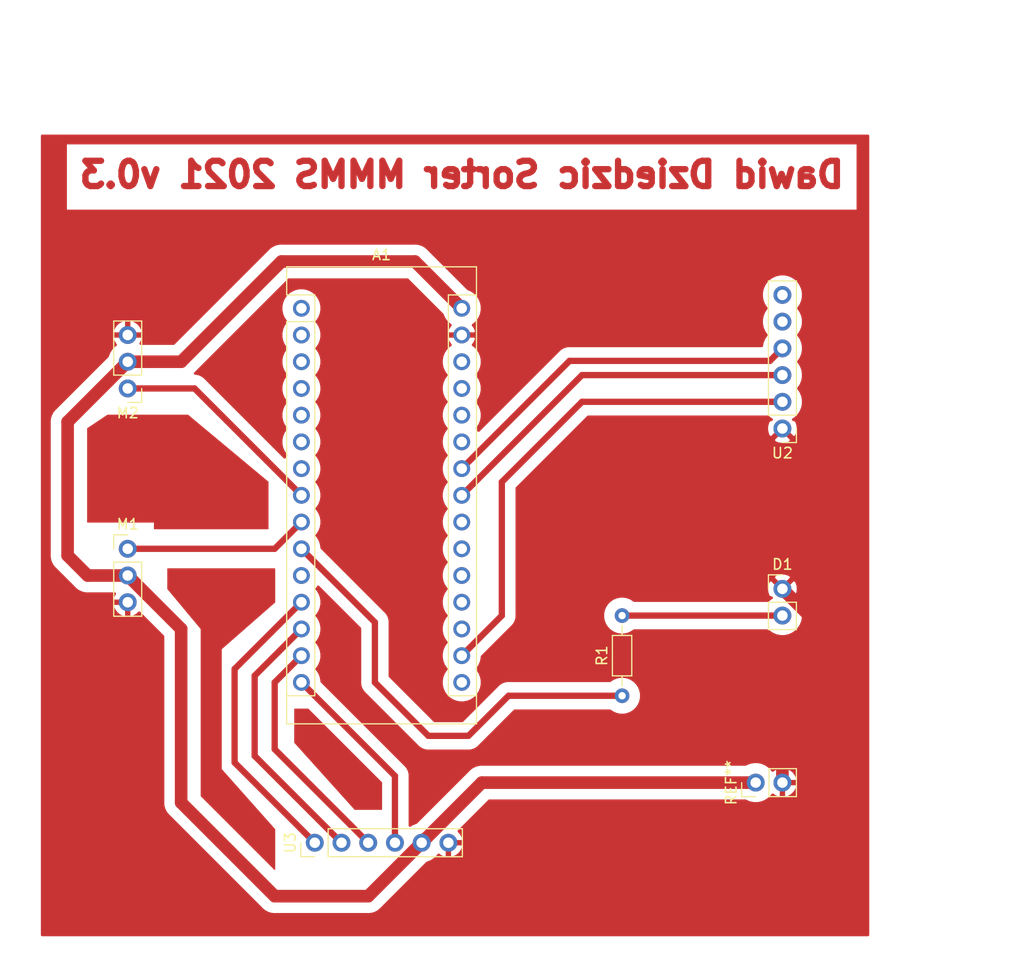
<source format=kicad_pcb>
(kicad_pcb (version 20171130) (host pcbnew 5.1.9)

  (general
    (thickness 1.6)
    (drawings 15)
    (tracks 50)
    (zones 0)
    (modules 8)
    (nets 33)
  )

  (page A4)
  (layers
    (0 F.Cu signal)
    (31 B.Cu signal)
    (32 B.Adhes user)
    (33 F.Adhes user)
    (34 B.Paste user)
    (35 F.Paste user)
    (36 B.SilkS user)
    (37 F.SilkS user)
    (38 B.Mask user)
    (39 F.Mask user)
    (40 Dwgs.User user)
    (41 Cmts.User user)
    (42 Eco1.User user)
    (43 Eco2.User user)
    (44 Edge.Cuts user)
    (45 Margin user)
    (46 B.CrtYd user)
    (47 F.CrtYd user)
    (48 B.Fab user)
    (49 F.Fab user)
  )

  (setup
    (last_trace_width 0.25)
    (user_trace_width 0.6)
    (user_trace_width 1)
    (user_trace_width 1.2)
    (trace_clearance 0.2)
    (zone_clearance 1)
    (zone_45_only no)
    (trace_min 0.2)
    (via_size 0.8)
    (via_drill 0.4)
    (via_min_size 0.4)
    (via_min_drill 0.3)
    (uvia_size 0.3)
    (uvia_drill 0.1)
    (uvias_allowed no)
    (uvia_min_size 0.2)
    (uvia_min_drill 0.1)
    (edge_width 0.1)
    (segment_width 0.2)
    (pcb_text_width 0.3)
    (pcb_text_size 1.5 1.5)
    (mod_edge_width 0.15)
    (mod_text_size 1 1)
    (mod_text_width 0.15)
    (pad_size 1.7 1.7)
    (pad_drill 1)
    (pad_to_mask_clearance 0)
    (aux_axis_origin 0 0)
    (visible_elements FFFFFF7F)
    (pcbplotparams
      (layerselection 0x00000_7fffffff)
      (usegerberextensions false)
      (usegerberattributes true)
      (usegerberadvancedattributes true)
      (creategerberjobfile true)
      (excludeedgelayer true)
      (linewidth 0.100000)
      (plotframeref false)
      (viasonmask false)
      (mode 1)
      (useauxorigin false)
      (hpglpennumber 1)
      (hpglpenspeed 20)
      (hpglpendiameter 15.000000)
      (psnegative false)
      (psa4output false)
      (plotreference true)
      (plotvalue true)
      (plotinvisibletext false)
      (padsonsilk false)
      (subtractmaskfromsilk false)
      (outputformat 1)
      (mirror false)
      (drillshape 0)
      (scaleselection 1)
      (outputdirectory "gerber/"))
  )

  (net 0 "")
  (net 1 "Net-(A1-Pad16)")
  (net 2 "Net-(A1-Pad15)")
  (net 3 +5V)
  (net 4 "Net-(A1-Pad14)")
  (net 5 GND)
  (net 6 "Net-(A1-Pad13)")
  (net 7 "Net-(A1-Pad28)")
  (net 8 "Net-(A1-Pad12)")
  (net 9 "Net-(A1-Pad27)")
  (net 10 "Net-(A1-Pad11)")
  (net 11 "Net-(A1-Pad26)")
  (net 12 "Net-(A1-Pad10)")
  (net 13 "Net-(A1-Pad25)")
  (net 14 "Net-(A1-Pad9)")
  (net 15 SCL)
  (net 16 "Net-(A1-Pad8)")
  (net 17 SDA)
  (net 18 "Net-(A1-Pad7)")
  (net 19 "Net-(A1-Pad22)")
  (net 20 "Net-(A1-Pad6)")
  (net 21 "Net-(A1-Pad21)")
  (net 22 "Net-(A1-Pad5)")
  (net 23 "Net-(A1-Pad20)")
  (net 24 "Net-(A1-Pad4)")
  (net 25 "Net-(A1-Pad19)")
  (net 26 "Net-(A1-Pad3)")
  (net 27 "Net-(A1-Pad18)")
  (net 28 "Net-(A1-Pad2)")
  (net 29 "Net-(A1-Pad17)")
  (net 30 "Net-(A1-Pad1)")
  (net 31 "Net-(D1-Pad2)")
  (net 32 "Net-(U2-Pad6)")

  (net_class Default "To jest domyślna klasa połączeń."
    (clearance 0.2)
    (trace_width 0.25)
    (via_dia 0.8)
    (via_drill 0.4)
    (uvia_dia 0.3)
    (uvia_drill 0.1)
    (add_net +5V)
    (add_net GND)
    (add_net "Net-(A1-Pad1)")
    (add_net "Net-(A1-Pad10)")
    (add_net "Net-(A1-Pad11)")
    (add_net "Net-(A1-Pad12)")
    (add_net "Net-(A1-Pad13)")
    (add_net "Net-(A1-Pad14)")
    (add_net "Net-(A1-Pad15)")
    (add_net "Net-(A1-Pad16)")
    (add_net "Net-(A1-Pad17)")
    (add_net "Net-(A1-Pad18)")
    (add_net "Net-(A1-Pad19)")
    (add_net "Net-(A1-Pad2)")
    (add_net "Net-(A1-Pad20)")
    (add_net "Net-(A1-Pad21)")
    (add_net "Net-(A1-Pad22)")
    (add_net "Net-(A1-Pad25)")
    (add_net "Net-(A1-Pad26)")
    (add_net "Net-(A1-Pad27)")
    (add_net "Net-(A1-Pad28)")
    (add_net "Net-(A1-Pad3)")
    (add_net "Net-(A1-Pad4)")
    (add_net "Net-(A1-Pad5)")
    (add_net "Net-(A1-Pad6)")
    (add_net "Net-(A1-Pad7)")
    (add_net "Net-(A1-Pad8)")
    (add_net "Net-(A1-Pad9)")
    (add_net "Net-(D1-Pad2)")
    (add_net "Net-(U2-Pad6)")
    (add_net SCL)
    (add_net SDA)
  )

  (module Connector_PinHeader_2.54mm:PinHeader_1x06_P2.54mm_Vertical (layer F.Cu) (tedit 609691F4) (tstamp 60959F80)
    (at 175.895 69.85 180)
    (descr "Through hole straight pin header, 1x06, 2.54mm pitch, single row")
    (tags "Through hole pin header THT 1x06 2.54mm single row")
    (path /609193B8)
    (fp_text reference U2 (at 0 -2.33) (layer F.SilkS)
      (effects (font (size 1 1) (thickness 0.15)))
    )
    (fp_text value APDS-9960 (at 0 15.03) (layer F.Fab)
      (effects (font (size 1 1) (thickness 0.15)))
    )
    (fp_line (start 1.8 -1.8) (end -1.8 -1.8) (layer F.CrtYd) (width 0.05))
    (fp_line (start 1.8 14.5) (end 1.8 -1.8) (layer F.CrtYd) (width 0.05))
    (fp_line (start -1.8 14.5) (end 1.8 14.5) (layer F.CrtYd) (width 0.05))
    (fp_line (start -1.8 -1.8) (end -1.8 14.5) (layer F.CrtYd) (width 0.05))
    (fp_line (start -1.33 -1.33) (end 0 -1.33) (layer F.SilkS) (width 0.12))
    (fp_line (start -1.33 0) (end -1.33 -1.33) (layer F.SilkS) (width 0.12))
    (fp_line (start -1.33 1.27) (end 1.33 1.27) (layer F.SilkS) (width 0.12))
    (fp_line (start 1.33 1.27) (end 1.33 14.03) (layer F.SilkS) (width 0.12))
    (fp_line (start -1.33 1.27) (end -1.33 14.03) (layer F.SilkS) (width 0.12))
    (fp_line (start -1.33 14.03) (end 1.33 14.03) (layer F.SilkS) (width 0.12))
    (fp_line (start -1.27 -0.635) (end -0.635 -1.27) (layer F.Fab) (width 0.1))
    (fp_line (start -1.27 13.97) (end -1.27 -0.635) (layer F.Fab) (width 0.1))
    (fp_line (start 1.27 13.97) (end -1.27 13.97) (layer F.Fab) (width 0.1))
    (fp_line (start 1.27 -1.27) (end 1.27 13.97) (layer F.Fab) (width 0.1))
    (fp_line (start -0.635 -1.27) (end 1.27 -1.27) (layer F.Fab) (width 0.1))
    (fp_text user %R (at 0 6.35 90) (layer F.Fab)
      (effects (font (size 1 1) (thickness 0.15)))
    )
    (pad 6 thru_hole oval (at 0 12.7 180) (size 1.7 1.7) (drill 1) (layers *.Cu *.Mask)
      (net 32 "Net-(U2-Pad6)"))
    (pad 5 thru_hole oval (at 0 10.16 180) (size 1.7 1.7) (drill 1) (layers *.Cu *.Mask))
    (pad 4 thru_hole oval (at 0 7.62 180) (size 1.7 1.7) (drill 1) (layers *.Cu *.Mask)
      (net 15 SCL))
    (pad 3 thru_hole oval (at 0 5.08 180) (size 1.7 1.7) (drill 1) (layers *.Cu *.Mask)
      (net 17 SDA))
    (pad 2 thru_hole oval (at 0 2.54 180) (size 1.7 1.7) (drill 1) (layers *.Cu *.Mask)
      (net 29 "Net-(A1-Pad17)"))
    (pad 1 thru_hole circle (at 0 0 180) (size 1.7 1.7) (drill 1) (layers *.Cu *.Mask)
      (net 5 GND))
    (model ${KISYS3DMOD}/Connector_PinHeader_2.54mm.3dshapes/PinHeader_1x06_P2.54mm_Vertical.wrl
      (at (xyz 0 0 0))
      (scale (xyz 1 1 1))
      (rotate (xyz 0 0 0))
    )
  )

  (module Module:Arduino_Nano (layer F.Cu) (tedit 60959B52) (tstamp 60959F13)
    (at 130.175 58.42)
    (descr "Arduino Nano, http://www.mouser.com/pdfdocs/Gravitech_Arduino_Nano3_0.pdf")
    (tags "Arduino Nano")
    (path /609156FA)
    (fp_text reference A1 (at 7.62 -5.08) (layer F.SilkS)
      (effects (font (size 1 1) (thickness 0.15)))
    )
    (fp_text value Arduino_Nano_v3.x (at 8.89 19.05 90) (layer F.Fab)
      (effects (font (size 1 1) (thickness 0.15)))
    )
    (fp_line (start 16.75 42.16) (end -1.53 42.16) (layer F.CrtYd) (width 0.05))
    (fp_line (start 16.75 42.16) (end 16.75 -4.06) (layer F.CrtYd) (width 0.05))
    (fp_line (start -1.53 -4.06) (end -1.53 42.16) (layer F.CrtYd) (width 0.05))
    (fp_line (start -1.53 -4.06) (end 16.75 -4.06) (layer F.CrtYd) (width 0.05))
    (fp_line (start 16.51 -3.81) (end 16.51 39.37) (layer F.Fab) (width 0.1))
    (fp_line (start 0 -3.81) (end 16.51 -3.81) (layer F.Fab) (width 0.1))
    (fp_line (start -1.27 -2.54) (end 0 -3.81) (layer F.Fab) (width 0.1))
    (fp_line (start -1.27 39.37) (end -1.27 -2.54) (layer F.Fab) (width 0.1))
    (fp_line (start 16.51 39.37) (end -1.27 39.37) (layer F.Fab) (width 0.1))
    (fp_line (start 16.64 -3.94) (end -1.4 -3.94) (layer F.SilkS) (width 0.12))
    (fp_line (start 16.64 39.5) (end 16.64 -3.94) (layer F.SilkS) (width 0.12))
    (fp_line (start -1.4 39.5) (end 16.64 39.5) (layer F.SilkS) (width 0.12))
    (fp_line (start 3.81 41.91) (end 3.81 31.75) (layer F.Fab) (width 0.1))
    (fp_line (start 11.43 41.91) (end 3.81 41.91) (layer F.Fab) (width 0.1))
    (fp_line (start 11.43 31.75) (end 11.43 41.91) (layer F.Fab) (width 0.1))
    (fp_line (start 3.81 31.75) (end 11.43 31.75) (layer F.Fab) (width 0.1))
    (fp_line (start 1.27 36.83) (end -1.4 36.83) (layer F.SilkS) (width 0.12))
    (fp_line (start 1.27 1.27) (end 1.27 36.83) (layer F.SilkS) (width 0.12))
    (fp_line (start 1.27 1.27) (end -1.4 1.27) (layer F.SilkS) (width 0.12))
    (fp_line (start 13.97 36.83) (end 16.64 36.83) (layer F.SilkS) (width 0.12))
    (fp_line (start 13.97 -1.27) (end 13.97 36.83) (layer F.SilkS) (width 0.12))
    (fp_line (start 13.97 -1.27) (end 16.64 -1.27) (layer F.SilkS) (width 0.12))
    (fp_line (start -1.4 -3.94) (end -1.4 -1.27) (layer F.SilkS) (width 0.12))
    (fp_line (start -1.4 1.27) (end -1.4 39.5) (layer F.SilkS) (width 0.12))
    (fp_line (start 1.27 -1.27) (end -1.4 -1.27) (layer F.SilkS) (width 0.12))
    (fp_line (start 1.27 1.27) (end 1.27 -1.27) (layer F.SilkS) (width 0.12))
    (fp_text user %R (at 6.35 19.05 90) (layer F.Fab)
      (effects (font (size 1 1) (thickness 0.15)))
    )
    (pad 16 thru_hole oval (at 15.24 35.56) (size 1.6 1.6) (drill 1) (layers *.Cu *.Mask)
      (net 1 "Net-(A1-Pad16)"))
    (pad 15 thru_hole oval (at 0 35.56) (size 1.6 1.6) (drill 1) (layers *.Cu *.Mask)
      (net 2 "Net-(A1-Pad15)"))
    (pad 30 thru_hole oval (at 15.24 0) (size 1.6 1.6) (drill 1) (layers *.Cu *.Mask)
      (net 3 +5V))
    (pad 14 thru_hole oval (at 0 33.02) (size 1.6 1.6) (drill 1) (layers *.Cu *.Mask)
      (net 4 "Net-(A1-Pad14)"))
    (pad 29 thru_hole oval (at 15.24 2.54) (size 1.6 1.6) (drill 1) (layers *.Cu *.Mask)
      (net 5 GND))
    (pad 13 thru_hole oval (at 0 30.48) (size 1.6 1.6) (drill 1) (layers *.Cu *.Mask)
      (net 6 "Net-(A1-Pad13)"))
    (pad 28 thru_hole oval (at 15.24 5.08) (size 1.6 1.6) (drill 1) (layers *.Cu *.Mask)
      (net 7 "Net-(A1-Pad28)"))
    (pad 12 thru_hole oval (at 0 27.94) (size 1.6 1.6) (drill 1) (layers *.Cu *.Mask)
      (net 8 "Net-(A1-Pad12)"))
    (pad 27 thru_hole oval (at 15.24 7.62) (size 1.6 1.6) (drill 1) (layers *.Cu *.Mask)
      (net 9 "Net-(A1-Pad27)"))
    (pad 11 thru_hole oval (at 0 25.4) (size 1.6 1.6) (drill 1) (layers *.Cu *.Mask)
      (net 10 "Net-(A1-Pad11)"))
    (pad 26 thru_hole oval (at 15.24 10.16) (size 1.6 1.6) (drill 1) (layers *.Cu *.Mask)
      (net 11 "Net-(A1-Pad26)"))
    (pad 10 thru_hole oval (at 0 22.86) (size 1.6 1.6) (drill 1) (layers *.Cu *.Mask)
      (net 12 "Net-(A1-Pad10)"))
    (pad 25 thru_hole oval (at 15.24 12.7) (size 1.6 1.6) (drill 1) (layers *.Cu *.Mask)
      (net 13 "Net-(A1-Pad25)"))
    (pad 9 thru_hole oval (at 0 20.32) (size 1.6 1.6) (drill 1) (layers *.Cu *.Mask)
      (net 14 "Net-(A1-Pad9)"))
    (pad 24 thru_hole oval (at 15.24 15.24) (size 1.6 1.6) (drill 1) (layers *.Cu *.Mask)
      (net 15 SCL))
    (pad 8 thru_hole oval (at 0 17.78) (size 1.6 1.6) (drill 1) (layers *.Cu *.Mask)
      (net 16 "Net-(A1-Pad8)"))
    (pad 23 thru_hole oval (at 15.24 17.78) (size 1.6 1.6) (drill 1) (layers *.Cu *.Mask)
      (net 17 SDA))
    (pad 7 thru_hole oval (at 0 15.24) (size 1.6 1.6) (drill 1) (layers *.Cu *.Mask)
      (net 18 "Net-(A1-Pad7)"))
    (pad 22 thru_hole oval (at 15.24 20.32) (size 1.6 1.6) (drill 1) (layers *.Cu *.Mask)
      (net 19 "Net-(A1-Pad22)"))
    (pad 6 thru_hole oval (at 0 12.7) (size 1.6 1.6) (drill 1) (layers *.Cu *.Mask)
      (net 20 "Net-(A1-Pad6)"))
    (pad 21 thru_hole oval (at 15.24 22.86) (size 1.6 1.6) (drill 1) (layers *.Cu *.Mask)
      (net 21 "Net-(A1-Pad21)"))
    (pad 5 thru_hole oval (at 0 10.16) (size 1.6 1.6) (drill 1) (layers *.Cu *.Mask)
      (net 22 "Net-(A1-Pad5)"))
    (pad 20 thru_hole oval (at 15.24 25.4) (size 1.6 1.6) (drill 1) (layers *.Cu *.Mask)
      (net 23 "Net-(A1-Pad20)"))
    (pad 4 thru_hole oval (at 0 7.62) (size 1.6 1.6) (drill 1) (layers *.Cu *.Mask)
      (net 24 "Net-(A1-Pad4)"))
    (pad 19 thru_hole oval (at 15.24 27.94) (size 1.6 1.6) (drill 1) (layers *.Cu *.Mask)
      (net 25 "Net-(A1-Pad19)"))
    (pad 3 thru_hole oval (at 0 5.08) (size 1.6 1.6) (drill 1) (layers *.Cu *.Mask)
      (net 26 "Net-(A1-Pad3)"))
    (pad 18 thru_hole oval (at 15.24 30.48) (size 1.6 1.6) (drill 1) (layers *.Cu *.Mask)
      (net 27 "Net-(A1-Pad18)"))
    (pad 2 thru_hole oval (at 0 2.54) (size 1.6 1.6) (drill 1) (layers *.Cu *.Mask)
      (net 28 "Net-(A1-Pad2)"))
    (pad 17 thru_hole oval (at 15.24 33.02) (size 1.6 1.6) (drill 1) (layers *.Cu *.Mask)
      (net 29 "Net-(A1-Pad17)"))
    (pad 1 thru_hole circle (at 0 0) (size 1.6 1.6) (drill 1) (layers *.Cu *.Mask)
      (net 30 "Net-(A1-Pad1)"))
    (model ${KISYS3DMOD}/Module.3dshapes/Arduino_Nano_WithMountingHoles.wrl
      (at (xyz 0 0 0))
      (scale (xyz 1 1 1))
      (rotate (xyz 0 0 0))
    )
  )

  (module Resistor_THT:R_Axial_DIN0204_L3.6mm_D1.6mm_P7.62mm_Horizontal (layer F.Cu) (tedit 5AE5139B) (tstamp 60964341)
    (at 160.655 95.25 90)
    (descr "Resistor, Axial_DIN0204 series, Axial, Horizontal, pin pitch=7.62mm, 0.167W, length*diameter=3.6*1.6mm^2, http://cdn-reichelt.de/documents/datenblatt/B400/1_4W%23YAG.pdf")
    (tags "Resistor Axial_DIN0204 series Axial Horizontal pin pitch 7.62mm 0.167W length 3.6mm diameter 1.6mm")
    (path /6091E471)
    (fp_text reference R1 (at 3.81 -1.92 90) (layer F.SilkS)
      (effects (font (size 1 1) (thickness 0.15)))
    )
    (fp_text value 180R (at 3.81 1.92 90) (layer F.Fab)
      (effects (font (size 1 1) (thickness 0.15)))
    )
    (fp_line (start 2.01 -0.8) (end 2.01 0.8) (layer F.Fab) (width 0.1))
    (fp_line (start 2.01 0.8) (end 5.61 0.8) (layer F.Fab) (width 0.1))
    (fp_line (start 5.61 0.8) (end 5.61 -0.8) (layer F.Fab) (width 0.1))
    (fp_line (start 5.61 -0.8) (end 2.01 -0.8) (layer F.Fab) (width 0.1))
    (fp_line (start 0 0) (end 2.01 0) (layer F.Fab) (width 0.1))
    (fp_line (start 7.62 0) (end 5.61 0) (layer F.Fab) (width 0.1))
    (fp_line (start 1.89 -0.92) (end 1.89 0.92) (layer F.SilkS) (width 0.12))
    (fp_line (start 1.89 0.92) (end 5.73 0.92) (layer F.SilkS) (width 0.12))
    (fp_line (start 5.73 0.92) (end 5.73 -0.92) (layer F.SilkS) (width 0.12))
    (fp_line (start 5.73 -0.92) (end 1.89 -0.92) (layer F.SilkS) (width 0.12))
    (fp_line (start 0.94 0) (end 1.89 0) (layer F.SilkS) (width 0.12))
    (fp_line (start 6.68 0) (end 5.73 0) (layer F.SilkS) (width 0.12))
    (fp_line (start -0.95 -1.05) (end -0.95 1.05) (layer F.CrtYd) (width 0.05))
    (fp_line (start -0.95 1.05) (end 8.57 1.05) (layer F.CrtYd) (width 0.05))
    (fp_line (start 8.57 1.05) (end 8.57 -1.05) (layer F.CrtYd) (width 0.05))
    (fp_line (start 8.57 -1.05) (end -0.95 -1.05) (layer F.CrtYd) (width 0.05))
    (fp_text user %R (at 3.81 0 90) (layer F.Fab)
      (effects (font (size 0.72 0.72) (thickness 0.108)))
    )
    (pad 2 thru_hole oval (at 7.62 0 90) (size 1.4 1.4) (drill 0.7) (layers *.Cu *.Mask)
      (net 31 "Net-(D1-Pad2)"))
    (pad 1 thru_hole circle (at 0 0 90) (size 1.4 1.4) (drill 0.7) (layers *.Cu *.Mask)
      (net 12 "Net-(A1-Pad10)"))
    (model ${KISYS3DMOD}/Resistor_THT.3dshapes/R_Axial_DIN0204_L3.6mm_D1.6mm_P7.62mm_Horizontal.wrl
      (at (xyz 0 0 0))
      (scale (xyz 1 1 1))
      (rotate (xyz 0 0 0))
    )
  )

  (module Connector_PinHeader_2.54mm:PinHeader_1x03_P2.54mm_Vertical (layer F.Cu) (tedit 60959B4B) (tstamp 60959F57)
    (at 113.665 66.04 180)
    (descr "Through hole straight pin header, 1x03, 2.54mm pitch, single row")
    (tags "Through hole pin header THT 1x03 2.54mm single row")
    (path /6092B85C)
    (fp_text reference M2 (at 0 -2.33) (layer F.SilkS)
      (effects (font (size 1 1) (thickness 0.15)))
    )
    (fp_text value "Latch Servo" (at 0 7.41) (layer F.Fab)
      (effects (font (size 1 1) (thickness 0.15)))
    )
    (fp_line (start 1.8 -1.8) (end -1.8 -1.8) (layer F.CrtYd) (width 0.05))
    (fp_line (start 1.8 6.85) (end 1.8 -1.8) (layer F.CrtYd) (width 0.05))
    (fp_line (start -1.8 6.85) (end 1.8 6.85) (layer F.CrtYd) (width 0.05))
    (fp_line (start -1.8 -1.8) (end -1.8 6.85) (layer F.CrtYd) (width 0.05))
    (fp_line (start -1.33 -1.33) (end 0 -1.33) (layer F.SilkS) (width 0.12))
    (fp_line (start -1.33 0) (end -1.33 -1.33) (layer F.SilkS) (width 0.12))
    (fp_line (start -1.33 1.27) (end 1.33 1.27) (layer F.SilkS) (width 0.12))
    (fp_line (start 1.33 1.27) (end 1.33 6.41) (layer F.SilkS) (width 0.12))
    (fp_line (start -1.33 1.27) (end -1.33 6.41) (layer F.SilkS) (width 0.12))
    (fp_line (start -1.33 6.41) (end 1.33 6.41) (layer F.SilkS) (width 0.12))
    (fp_line (start -1.27 -0.635) (end -0.635 -1.27) (layer F.Fab) (width 0.1))
    (fp_line (start -1.27 6.35) (end -1.27 -0.635) (layer F.Fab) (width 0.1))
    (fp_line (start 1.27 6.35) (end -1.27 6.35) (layer F.Fab) (width 0.1))
    (fp_line (start 1.27 -1.27) (end 1.27 6.35) (layer F.Fab) (width 0.1))
    (fp_line (start -0.635 -1.27) (end 1.27 -1.27) (layer F.Fab) (width 0.1))
    (fp_text user %R (at 0 2.54 90) (layer F.Fab)
      (effects (font (size 1 1) (thickness 0.15)))
    )
    (pad 3 thru_hole oval (at 0 5.08 180) (size 1.7 1.7) (drill 1) (layers *.Cu *.Mask)
      (net 5 GND))
    (pad 2 thru_hole oval (at 0 2.54 180) (size 1.7 1.7) (drill 1) (layers *.Cu *.Mask)
      (net 3 +5V))
    (pad 1 thru_hole circle (at 0 0 180) (size 1.7 1.7) (drill 1) (layers *.Cu *.Mask)
      (net 16 "Net-(A1-Pad8)"))
    (model ${KISYS3DMOD}/Connector_PinHeader_2.54mm.3dshapes/PinHeader_1x03_P2.54mm_Vertical.wrl
      (at (xyz 0 0 0))
      (scale (xyz 1 1 1))
      (rotate (xyz 0 0 0))
    )
  )

  (module Connector_PinHeader_2.54mm:PinHeader_1x02_P2.54mm_Vertical (layer F.Cu) (tedit 60959B37) (tstamp 60979DC6)
    (at 173.355 103.505 90)
    (descr "Through hole straight pin header, 1x02, 2.54mm pitch, single row")
    (tags "Through hole pin header THT 1x02 2.54mm single row")
    (fp_text reference REF** (at 0 -2.33 90) (layer F.SilkS)
      (effects (font (size 1 1) (thickness 0.15)))
    )
    (fp_text value PinHeader_1x02_P2.54mm_Vertical (at 0 4.87 90) (layer F.Fab)
      (effects (font (size 1 1) (thickness 0.15)))
    )
    (fp_line (start 1.8 -1.8) (end -1.8 -1.8) (layer F.CrtYd) (width 0.05))
    (fp_line (start 1.8 4.35) (end 1.8 -1.8) (layer F.CrtYd) (width 0.05))
    (fp_line (start -1.8 4.35) (end 1.8 4.35) (layer F.CrtYd) (width 0.05))
    (fp_line (start -1.8 -1.8) (end -1.8 4.35) (layer F.CrtYd) (width 0.05))
    (fp_line (start -1.33 -1.33) (end 0 -1.33) (layer F.SilkS) (width 0.12))
    (fp_line (start -1.33 0) (end -1.33 -1.33) (layer F.SilkS) (width 0.12))
    (fp_line (start -1.33 1.27) (end 1.33 1.27) (layer F.SilkS) (width 0.12))
    (fp_line (start 1.33 1.27) (end 1.33 3.87) (layer F.SilkS) (width 0.12))
    (fp_line (start -1.33 1.27) (end -1.33 3.87) (layer F.SilkS) (width 0.12))
    (fp_line (start -1.33 3.87) (end 1.33 3.87) (layer F.SilkS) (width 0.12))
    (fp_line (start -1.27 -0.635) (end -0.635 -1.27) (layer F.Fab) (width 0.1))
    (fp_line (start -1.27 3.81) (end -1.27 -0.635) (layer F.Fab) (width 0.1))
    (fp_line (start 1.27 3.81) (end -1.27 3.81) (layer F.Fab) (width 0.1))
    (fp_line (start 1.27 -1.27) (end 1.27 3.81) (layer F.Fab) (width 0.1))
    (fp_line (start -0.635 -1.27) (end 1.27 -1.27) (layer F.Fab) (width 0.1))
    (fp_text user %R (at 0 1.27) (layer F.Fab)
      (effects (font (size 1 1) (thickness 0.15)))
    )
    (pad 2 thru_hole oval (at 0 2.54 90) (size 1.7 1.7) (drill 1) (layers *.Cu *.Mask)
      (net 5 GND))
    (pad 1 thru_hole circle (at 0 0 90) (size 1.7 1.7) (drill 1) (layers *.Cu *.Mask)
      (net 3 +5V))
    (model ${KISYS3DMOD}/Connector_PinHeader_2.54mm.3dshapes/PinHeader_1x02_P2.54mm_Vertical.wrl
      (at (xyz 0 0 0))
      (scale (xyz 1 1 1))
      (rotate (xyz 0 0 0))
    )
  )

  (module Connector_PinHeader_2.54mm:PinHeader_1x06_P2.54mm_Vertical (layer F.Cu) (tedit 60959B3F) (tstamp 60959F9A)
    (at 131.445 109.22 90)
    (descr "Through hole straight pin header, 1x06, 2.54mm pitch, single row")
    (tags "Through hole pin header THT 1x06 2.54mm single row")
    (path /6091B346)
    (fp_text reference U3 (at 0 -2.33 90) (layer F.SilkS)
      (effects (font (size 1 1) (thickness 0.15)))
    )
    (fp_text value ULN2003 (at 0 15.03 90) (layer F.Fab)
      (effects (font (size 1 1) (thickness 0.15)))
    )
    (fp_line (start 1.8 -1.8) (end -1.8 -1.8) (layer F.CrtYd) (width 0.05))
    (fp_line (start 1.8 14.5) (end 1.8 -1.8) (layer F.CrtYd) (width 0.05))
    (fp_line (start -1.8 14.5) (end 1.8 14.5) (layer F.CrtYd) (width 0.05))
    (fp_line (start -1.8 -1.8) (end -1.8 14.5) (layer F.CrtYd) (width 0.05))
    (fp_line (start -1.33 -1.33) (end 0 -1.33) (layer F.SilkS) (width 0.12))
    (fp_line (start -1.33 0) (end -1.33 -1.33) (layer F.SilkS) (width 0.12))
    (fp_line (start -1.33 1.27) (end 1.33 1.27) (layer F.SilkS) (width 0.12))
    (fp_line (start 1.33 1.27) (end 1.33 14.03) (layer F.SilkS) (width 0.12))
    (fp_line (start -1.33 1.27) (end -1.33 14.03) (layer F.SilkS) (width 0.12))
    (fp_line (start -1.33 14.03) (end 1.33 14.03) (layer F.SilkS) (width 0.12))
    (fp_line (start -1.27 -0.635) (end -0.635 -1.27) (layer F.Fab) (width 0.1))
    (fp_line (start -1.27 13.97) (end -1.27 -0.635) (layer F.Fab) (width 0.1))
    (fp_line (start 1.27 13.97) (end -1.27 13.97) (layer F.Fab) (width 0.1))
    (fp_line (start 1.27 -1.27) (end 1.27 13.97) (layer F.Fab) (width 0.1))
    (fp_line (start -0.635 -1.27) (end 1.27 -1.27) (layer F.Fab) (width 0.1))
    (fp_text user %R (at 0 6.35) (layer F.Fab)
      (effects (font (size 1 1) (thickness 0.15)))
    )
    (pad 6 thru_hole oval (at 0 12.7 90) (size 1.7 1.7) (drill 1) (layers *.Cu *.Mask)
      (net 5 GND))
    (pad 5 thru_hole oval (at 0 10.16 90) (size 1.7 1.7) (drill 1) (layers *.Cu *.Mask)
      (net 3 +5V))
    (pad 4 thru_hole oval (at 0 7.62 90) (size 1.7 1.7) (drill 1) (layers *.Cu *.Mask)
      (net 2 "Net-(A1-Pad15)"))
    (pad 3 thru_hole oval (at 0 5.08 90) (size 1.7 1.7) (drill 1) (layers *.Cu *.Mask)
      (net 4 "Net-(A1-Pad14)"))
    (pad 2 thru_hole oval (at 0 2.54 90) (size 1.7 1.7) (drill 1) (layers *.Cu *.Mask)
      (net 6 "Net-(A1-Pad13)"))
    (pad 1 thru_hole circle (at 0 0 90) (size 1.7 1.7) (drill 1) (layers *.Cu *.Mask)
      (net 8 "Net-(A1-Pad12)"))
    (model ${KISYS3DMOD}/Connector_PinHeader_2.54mm.3dshapes/PinHeader_1x06_P2.54mm_Vertical.wrl
      (at (xyz 0 0 0))
      (scale (xyz 1 1 1))
      (rotate (xyz 0 0 0))
    )
  )

  (module Connector_PinHeader_2.54mm:PinHeader_1x03_P2.54mm_Vertical (layer F.Cu) (tedit 60959B45) (tstamp 60959F40)
    (at 113.665 81.28)
    (descr "Through hole straight pin header, 1x03, 2.54mm pitch, single row")
    (tags "Through hole pin header THT 1x03 2.54mm single row")
    (path /6092E47B)
    (fp_text reference M1 (at 0 -2.33) (layer F.SilkS)
      (effects (font (size 1 1) (thickness 0.15)))
    )
    (fp_text value "Director Servo" (at 0 7.41) (layer F.Fab)
      (effects (font (size 1 1) (thickness 0.15)))
    )
    (fp_line (start 1.8 -1.8) (end -1.8 -1.8) (layer F.CrtYd) (width 0.05))
    (fp_line (start 1.8 6.85) (end 1.8 -1.8) (layer F.CrtYd) (width 0.05))
    (fp_line (start -1.8 6.85) (end 1.8 6.85) (layer F.CrtYd) (width 0.05))
    (fp_line (start -1.8 -1.8) (end -1.8 6.85) (layer F.CrtYd) (width 0.05))
    (fp_line (start -1.33 -1.33) (end 0 -1.33) (layer F.SilkS) (width 0.12))
    (fp_line (start -1.33 0) (end -1.33 -1.33) (layer F.SilkS) (width 0.12))
    (fp_line (start -1.33 1.27) (end 1.33 1.27) (layer F.SilkS) (width 0.12))
    (fp_line (start 1.33 1.27) (end 1.33 6.41) (layer F.SilkS) (width 0.12))
    (fp_line (start -1.33 1.27) (end -1.33 6.41) (layer F.SilkS) (width 0.12))
    (fp_line (start -1.33 6.41) (end 1.33 6.41) (layer F.SilkS) (width 0.12))
    (fp_line (start -1.27 -0.635) (end -0.635 -1.27) (layer F.Fab) (width 0.1))
    (fp_line (start -1.27 6.35) (end -1.27 -0.635) (layer F.Fab) (width 0.1))
    (fp_line (start 1.27 6.35) (end -1.27 6.35) (layer F.Fab) (width 0.1))
    (fp_line (start 1.27 -1.27) (end 1.27 6.35) (layer F.Fab) (width 0.1))
    (fp_line (start -0.635 -1.27) (end 1.27 -1.27) (layer F.Fab) (width 0.1))
    (fp_text user %R (at 0 2.54 90) (layer F.Fab)
      (effects (font (size 1 1) (thickness 0.15)))
    )
    (pad 3 thru_hole oval (at 0 5.08) (size 1.7 1.7) (drill 1) (layers *.Cu *.Mask)
      (net 5 GND))
    (pad 2 thru_hole oval (at 0 2.54) (size 1.7 1.7) (drill 1) (layers *.Cu *.Mask)
      (net 3 +5V))
    (pad 1 thru_hole circle (at 0 0) (size 1.7 1.7) (drill 1) (layers *.Cu *.Mask)
      (net 14 "Net-(A1-Pad9)"))
    (model ${KISYS3DMOD}/Connector_PinHeader_2.54mm.3dshapes/PinHeader_1x03_P2.54mm_Vertical.wrl
      (at (xyz 0 0 0))
      (scale (xyz 1 1 1))
      (rotate (xyz 0 0 0))
    )
  )

  (module Connector_PinHeader_2.54mm:PinHeader_1x02_P2.54mm_Vertical (layer F.Cu) (tedit 60959B5F) (tstamp 60959F29)
    (at 175.895 85.09)
    (descr "Through hole straight pin header, 1x02, 2.54mm pitch, single row")
    (tags "Through hole pin header THT 1x02 2.54mm single row")
    (path /6091F016)
    (fp_text reference D1 (at 0 -2.33) (layer F.SilkS)
      (effects (font (size 1 1) (thickness 0.15)))
    )
    (fp_text value LED (at 0 4.87) (layer F.Fab)
      (effects (font (size 1 1) (thickness 0.15)))
    )
    (fp_line (start 1.8 -1.8) (end -1.8 -1.8) (layer F.CrtYd) (width 0.05))
    (fp_line (start 1.8 4.35) (end 1.8 -1.8) (layer F.CrtYd) (width 0.05))
    (fp_line (start -1.8 4.35) (end 1.8 4.35) (layer F.CrtYd) (width 0.05))
    (fp_line (start -1.8 -1.8) (end -1.8 4.35) (layer F.CrtYd) (width 0.05))
    (fp_line (start -1.33 -1.33) (end 0 -1.33) (layer F.SilkS) (width 0.12))
    (fp_line (start -1.33 0) (end -1.33 -1.33) (layer F.SilkS) (width 0.12))
    (fp_line (start -1.33 1.27) (end 1.33 1.27) (layer F.SilkS) (width 0.12))
    (fp_line (start 1.33 1.27) (end 1.33 3.87) (layer F.SilkS) (width 0.12))
    (fp_line (start -1.33 1.27) (end -1.33 3.87) (layer F.SilkS) (width 0.12))
    (fp_line (start -1.33 3.87) (end 1.33 3.87) (layer F.SilkS) (width 0.12))
    (fp_line (start -1.27 -0.635) (end -0.635 -1.27) (layer F.Fab) (width 0.1))
    (fp_line (start -1.27 3.81) (end -1.27 -0.635) (layer F.Fab) (width 0.1))
    (fp_line (start 1.27 3.81) (end -1.27 3.81) (layer F.Fab) (width 0.1))
    (fp_line (start 1.27 -1.27) (end 1.27 3.81) (layer F.Fab) (width 0.1))
    (fp_line (start -0.635 -1.27) (end 1.27 -1.27) (layer F.Fab) (width 0.1))
    (fp_text user %R (at 0 1.27 90) (layer F.Fab)
      (effects (font (size 1 1) (thickness 0.15)))
    )
    (pad 2 thru_hole oval (at 0 2.54) (size 1.7 1.7) (drill 1) (layers *.Cu *.Mask)
      (net 31 "Net-(D1-Pad2)"))
    (pad 1 thru_hole circle (at 0 0) (size 1.7 1.7) (drill 1) (layers *.Cu *.Mask)
      (net 5 GND))
    (model ${KISYS3DMOD}/Connector_PinHeader_2.54mm.3dshapes/PinHeader_1x02_P2.54mm_Vertical.wrl
      (at (xyz 0 0 0))
      (scale (xyz 1 1 1))
      (rotate (xyz 0 0 0))
    )
  )

  (dimension 76.2 (width 0.15) (layer Dwgs.User)
    (gr_text "76,200 mm" (at 197.515 80.01 270) (layer Dwgs.User)
      (effects (font (size 1 1) (thickness 0.15)))
    )
    (feature1 (pts (xy 184.15 118.11) (xy 196.801421 118.11)))
    (feature2 (pts (xy 184.15 41.91) (xy 196.801421 41.91)))
    (crossbar (pts (xy 196.215 41.91) (xy 196.215 118.11)))
    (arrow1a (pts (xy 196.215 118.11) (xy 195.628579 116.983496)))
    (arrow1b (pts (xy 196.215 118.11) (xy 196.801421 116.983496)))
    (arrow2a (pts (xy 196.215 41.91) (xy 195.628579 43.036504)))
    (arrow2b (pts (xy 196.215 41.91) (xy 196.801421 43.036504)))
  )
  (dimension 78.74 (width 0.15) (layer Dwgs.User)
    (gr_text "78,740 mm" (at 144.78 29.815) (layer Dwgs.User)
      (effects (font (size 1 1) (thickness 0.15)))
    )
    (feature1 (pts (xy 184.15 41.91) (xy 184.15 30.528579)))
    (feature2 (pts (xy 105.41 41.91) (xy 105.41 30.528579)))
    (crossbar (pts (xy 105.41 31.115) (xy 184.15 31.115)))
    (arrow1a (pts (xy 184.15 31.115) (xy 183.023496 31.701421)))
    (arrow1b (pts (xy 184.15 31.115) (xy 183.023496 30.528579)))
    (arrow2a (pts (xy 105.41 31.115) (xy 106.536504 31.701421)))
    (arrow2b (pts (xy 105.41 31.115) (xy 106.536504 30.528579)))
  )
  (gr_poly (pts (xy 137.795 103.505) (xy 137.795 106.045) (xy 135.255 106.045) (xy 129.54 99.695) (xy 129.54 96.52) (xy 130.81 96.52)) (layer F.Cu) (width 0.1))
  (gr_poly (pts (xy 127.635 86.36) (xy 122.555 90.805) (xy 122.555 102.235) (xy 127.635 107.95) (xy 127.635 111.76) (xy 120.65 104.775) (xy 120.65 88.9) (xy 117.475 85.09) (xy 117.475 83.185) (xy 127.635 83.185)) (layer F.Cu) (width 0.1))
  (gr_poly (pts (xy 127 74.93) (xy 127 79.375) (xy 116.205 79.375) (xy 116.205 78.74) (xy 109.855 78.74) (xy 109.855 69.85) (xy 111.76 68.58) (xy 119.38 68.58)) (layer F.Cu) (width 0.1))
  (gr_text "Dawid Dziedzic Sorter MMMS 2021 v0.3" (at 145.415 45.72) (layer F.Cu)
    (effects (font (size 2.4 2.4) (thickness 0.6)) (justify mirror))
  )
  (gr_line (start 184.15 41.91) (end 105.41 41.91) (layer Dwgs.User) (width 0.15) (tstamp 60979C7B))
  (gr_line (start 184.15 118.11) (end 184.15 41.91) (layer Dwgs.User) (width 0.15))
  (gr_line (start 105.41 118.11) (end 184.15 118.11) (layer Dwgs.User) (width 0.15))
  (gr_line (start 105.41 41.91) (end 105.41 118.11) (layer Dwgs.User) (width 0.15))
  (gr_line (start 101.6 122.1105) (end 101.6 116.84) (layer Dwgs.User) (width 0.15))
  (gr_line (start 188.595 122.1105) (end 101.6 122.1105) (layer Dwgs.User) (width 0.15))
  (gr_line (start 188.595 38.1) (end 188.595 122.1105) (layer Dwgs.User) (width 0.15))
  (gr_line (start 101.6 38.1) (end 188.595 38.1) (layer Dwgs.User) (width 0.15))
  (gr_line (start 101.6 116.84) (end 101.6 38.1) (layer Dwgs.User) (width 0.15) (tstamp 60959AEE))

  (segment (start 139.065 102.87) (end 130.175 93.98) (width 0.6) (layer F.Cu) (net 2))
  (segment (start 139.065 109.22) (end 139.065 102.87) (width 0.6) (layer F.Cu) (net 2))
  (segment (start 141.605 109.22) (end 136.525 114.3) (width 1.2) (layer F.Cu) (net 3))
  (segment (start 136.525 114.3) (end 127.635 114.3) (width 1.2) (layer F.Cu) (net 3))
  (segment (start 127.635 114.3) (end 118.745 105.41) (width 1.2) (layer F.Cu) (net 3))
  (segment (start 118.745 88.9) (end 113.665 83.82) (width 1.2) (layer F.Cu) (net 3))
  (segment (start 118.745 105.41) (end 118.745 88.9) (width 1.2) (layer F.Cu) (net 3))
  (segment (start 113.665 83.82) (end 109.855 83.82) (width 1.2) (layer F.Cu) (net 3))
  (segment (start 109.855 83.82) (end 107.95 81.915) (width 1.2) (layer F.Cu) (net 3))
  (segment (start 107.95 69.215) (end 113.665 63.5) (width 1.2) (layer F.Cu) (net 3))
  (segment (start 107.95 81.915) (end 107.95 69.215) (width 1.2) (layer F.Cu) (net 3))
  (segment (start 113.665 63.5) (end 118.745 63.5) (width 1.2) (layer F.Cu) (net 3))
  (segment (start 118.745 63.5) (end 128.27 53.975) (width 1.2) (layer F.Cu) (net 3))
  (segment (start 140.97 53.975) (end 145.415 58.42) (width 1.2) (layer F.Cu) (net 3))
  (segment (start 128.27 53.975) (end 140.97 53.975) (width 1.2) (layer F.Cu) (net 3))
  (segment (start 147.32 103.505) (end 141.605 109.22) (width 1.2) (layer F.Cu) (net 3))
  (segment (start 173.355 103.505) (end 147.32 103.505) (width 1.2) (layer F.Cu) (net 3))
  (segment (start 136.525 109.22) (end 127.635 100.33) (width 0.6) (layer F.Cu) (net 4))
  (segment (start 127.635 93.98) (end 130.175 91.44) (width 0.6) (layer F.Cu) (net 4))
  (segment (start 127.635 100.33) (end 127.635 93.98) (width 0.6) (layer F.Cu) (net 4))
  (segment (start 175.895 103.505) (end 175.895 96.52) (width 1.2) (layer F.Cu) (net 5))
  (segment (start 175.895 96.52) (end 180.34 92.075) (width 1.2) (layer F.Cu) (net 5))
  (segment (start 180.34 89.535) (end 175.895 85.09) (width 1.2) (layer F.Cu) (net 5))
  (segment (start 180.34 92.075) (end 180.34 89.535) (width 1.2) (layer F.Cu) (net 5))
  (segment (start 133.985 109.22) (end 125.73 100.965) (width 0.6) (layer F.Cu) (net 6))
  (segment (start 125.73 93.345) (end 130.175 88.9) (width 0.6) (layer F.Cu) (net 6))
  (segment (start 125.73 100.965) (end 125.73 93.345) (width 0.6) (layer F.Cu) (net 6))
  (segment (start 131.445 109.22) (end 123.825 101.6) (width 0.6) (layer F.Cu) (net 8))
  (segment (start 123.825 92.71) (end 130.175 86.36) (width 0.6) (layer F.Cu) (net 8))
  (segment (start 123.825 101.6) (end 123.825 92.71) (width 0.6) (layer F.Cu) (net 8))
  (segment (start 137.16 88.265) (end 130.175 81.28) (width 0.6) (layer F.Cu) (net 12))
  (segment (start 137.16 93.98) (end 137.16 88.265) (width 0.6) (layer F.Cu) (net 12))
  (segment (start 142.24 99.06) (end 137.16 93.98) (width 0.6) (layer F.Cu) (net 12))
  (segment (start 146.05 99.06) (end 142.24 99.06) (width 0.6) (layer F.Cu) (net 12))
  (segment (start 149.86 95.25) (end 146.05 99.06) (width 0.6) (layer F.Cu) (net 12))
  (segment (start 160.655 95.25) (end 149.86 95.25) (width 0.6) (layer F.Cu) (net 12))
  (segment (start 127.635 81.28) (end 130.175 78.74) (width 0.6) (layer F.Cu) (net 14))
  (segment (start 113.665 81.28) (end 127.635 81.28) (width 0.6) (layer F.Cu) (net 14))
  (segment (start 174.705001 63.419999) (end 175.895 62.23) (width 0.6) (layer F.Cu) (net 15))
  (segment (start 155.655001 63.419999) (end 174.705001 63.419999) (width 0.6) (layer F.Cu) (net 15))
  (segment (start 145.415 73.66) (end 155.655001 63.419999) (width 0.6) (layer F.Cu) (net 15))
  (segment (start 120.015 66.04) (end 130.175 76.2) (width 0.6) (layer F.Cu) (net 16))
  (segment (start 113.665 66.04) (end 120.015 66.04) (width 0.6) (layer F.Cu) (net 16))
  (segment (start 156.845 64.77) (end 175.895 64.77) (width 0.6) (layer F.Cu) (net 17))
  (segment (start 145.415 76.2) (end 156.845 64.77) (width 0.6) (layer F.Cu) (net 17))
  (segment (start 145.415 91.44) (end 149.225 87.63) (width 0.6) (layer F.Cu) (net 29))
  (segment (start 149.225 87.63) (end 149.225 74.93) (width 0.6) (layer F.Cu) (net 29))
  (segment (start 156.845 67.31) (end 175.895 67.31) (width 0.6) (layer F.Cu) (net 29))
  (segment (start 149.225 74.93) (end 156.845 67.31) (width 0.6) (layer F.Cu) (net 29))
  (segment (start 175.895 87.63) (end 160.655 87.63) (width 0.6) (layer F.Cu) (net 31))

  (zone (net 5) (net_name GND) (layer F.Cu) (tstamp 60982668) (hatch edge 0.508)
    (connect_pads (clearance 1))
    (min_thickness 0.254)
    (fill yes (arc_segments 32) (thermal_gap 0.508) (thermal_bridge_width 0.508))
    (polygon
      (pts
        (xy 184.15 118.11) (xy 105.41 118.11) (xy 105.41 41.91) (xy 184.15 41.91)
      )
    )
    (filled_polygon
      (pts
        (xy 184.023 117.983) (xy 105.537 117.983) (xy 105.537 86.71689) (xy 112.223524 86.71689) (xy 112.268175 86.864099)
        (xy 112.393359 87.12692) (xy 112.567412 87.360269) (xy 112.783645 87.555178) (xy 113.033748 87.704157) (xy 113.308109 87.801481)
        (xy 113.538 87.680814) (xy 113.538 86.487) (xy 112.344845 86.487) (xy 112.223524 86.71689) (xy 105.537 86.71689)
        (xy 105.537 69.215) (xy 106.214644 69.215) (xy 106.223001 69.299848) (xy 106.223 81.830162) (xy 106.214644 81.915)
        (xy 106.223 81.999838) (xy 106.223 81.99984) (xy 106.247988 82.25355) (xy 106.34674 82.579091) (xy 106.507104 82.879111)
        (xy 106.722918 83.142082) (xy 106.788822 83.196168) (xy 108.573834 84.981181) (xy 108.627918 85.047082) (xy 108.693817 85.101164)
        (xy 108.693818 85.101165) (xy 108.890887 85.262896) (xy 109.190908 85.42326) (xy 109.516449 85.522012) (xy 109.770159 85.547)
        (xy 109.770161 85.547) (xy 109.855 85.555356) (xy 109.939838 85.547) (xy 112.42773 85.547) (xy 112.393359 85.59308)
        (xy 112.268175 85.855901) (xy 112.223524 86.00311) (xy 112.344845 86.233) (xy 113.538 86.233) (xy 113.538 86.213)
        (xy 113.615654 86.213) (xy 113.812 86.409346) (xy 113.812 86.487) (xy 113.792 86.487) (xy 113.792 87.680814)
        (xy 114.021891 87.801481) (xy 114.296252 87.704157) (xy 114.546355 87.555178) (xy 114.762588 87.360269) (xy 114.762731 87.360077)
        (xy 117.018001 89.615348) (xy 117.018 105.325162) (xy 117.009644 105.41) (xy 117.018 105.494838) (xy 117.018 105.49484)
        (xy 117.042988 105.74855) (xy 117.14174 106.074091) (xy 117.302104 106.374111) (xy 117.517918 106.637082) (xy 117.583822 106.691168)
        (xy 126.353836 115.461183) (xy 126.407918 115.527082) (xy 126.473817 115.581164) (xy 126.473818 115.581165) (xy 126.670887 115.742896)
        (xy 126.970906 115.903259) (xy 126.970908 115.90326) (xy 127.296449 116.002012) (xy 127.550159 116.027) (xy 127.550161 116.027)
        (xy 127.635 116.035356) (xy 127.719838 116.027) (xy 136.440162 116.027) (xy 136.525 116.035356) (xy 136.609838 116.027)
        (xy 136.609841 116.027) (xy 136.863551 116.002012) (xy 137.189092 115.90326) (xy 137.489112 115.742896) (xy 137.752082 115.527082)
        (xy 137.806168 115.461178) (xy 142.137545 111.129802) (xy 142.18167 111.121025) (xy 142.541461 110.971995) (xy 142.865264 110.755636)
        (xy 143.140636 110.480264) (xy 143.214541 110.369658) (xy 143.37808 110.491641) (xy 143.640901 110.616825) (xy 143.78811 110.661476)
        (xy 144.018 110.540155) (xy 144.018 109.347) (xy 144.272 109.347) (xy 144.272 110.540155) (xy 144.50189 110.661476)
        (xy 144.649099 110.616825) (xy 144.91192 110.491641) (xy 145.145269 110.317588) (xy 145.340178 110.101355) (xy 145.489157 109.851252)
        (xy 145.586481 109.576891) (xy 145.465814 109.347) (xy 144.272 109.347) (xy 144.018 109.347) (xy 143.998 109.347)
        (xy 143.998 109.269346) (xy 144.194346 109.073) (xy 144.272 109.073) (xy 144.272 109.093) (xy 145.465814 109.093)
        (xy 145.586481 108.863109) (xy 145.489157 108.588748) (xy 145.340178 108.338645) (xy 145.145269 108.122412) (xy 145.145077 108.122269)
        (xy 148.035347 105.232) (xy 172.381131 105.232) (xy 172.418539 105.256995) (xy 172.77833 105.406025) (xy 173.160282 105.482)
        (xy 173.549718 105.482) (xy 173.93167 105.406025) (xy 174.291461 105.256995) (xy 174.615264 105.040636) (xy 174.890636 104.765264)
        (xy 174.964541 104.654658) (xy 175.12808 104.776641) (xy 175.390901 104.901825) (xy 175.53811 104.946476) (xy 175.768 104.825155)
        (xy 175.768 103.632) (xy 176.022 103.632) (xy 176.022 104.825155) (xy 176.25189 104.946476) (xy 176.399099 104.901825)
        (xy 176.66192 104.776641) (xy 176.895269 104.602588) (xy 177.090178 104.386355) (xy 177.239157 104.136252) (xy 177.336481 103.861891)
        (xy 177.215814 103.632) (xy 176.022 103.632) (xy 175.768 103.632) (xy 175.748 103.632) (xy 175.748 103.378)
        (xy 175.768 103.378) (xy 175.768 102.184845) (xy 176.022 102.184845) (xy 176.022 103.378) (xy 177.215814 103.378)
        (xy 177.336481 103.148109) (xy 177.239157 102.873748) (xy 177.090178 102.623645) (xy 176.895269 102.407412) (xy 176.66192 102.233359)
        (xy 176.399099 102.108175) (xy 176.25189 102.063524) (xy 176.022 102.184845) (xy 175.768 102.184845) (xy 175.53811 102.063524)
        (xy 175.390901 102.108175) (xy 175.12808 102.233359) (xy 174.964541 102.355342) (xy 174.890636 102.244736) (xy 174.615264 101.969364)
        (xy 174.291461 101.753005) (xy 173.93167 101.603975) (xy 173.549718 101.528) (xy 173.160282 101.528) (xy 172.77833 101.603975)
        (xy 172.418539 101.753005) (xy 172.381131 101.778) (xy 147.404841 101.778) (xy 147.32 101.769644) (xy 146.981448 101.802988)
        (xy 146.655908 101.90174) (xy 146.355887 102.062104) (xy 146.158818 102.223835) (xy 146.092918 102.277918) (xy 146.038836 102.343817)
        (xy 141.072456 107.310198) (xy 141.02833 107.318975) (xy 140.668539 107.468005) (xy 140.492 107.585965) (xy 140.492 102.94009)
        (xy 140.498903 102.87) (xy 140.492 102.79991) (xy 140.492 102.799902) (xy 140.471352 102.590259) (xy 140.464764 102.568539)
        (xy 140.432935 102.463614) (xy 140.389755 102.321269) (xy 140.257248 102.073366) (xy 140.249171 102.063524) (xy 140.123608 101.910525)
        (xy 140.123605 101.910522) (xy 140.078923 101.856077) (xy 140.024478 101.811395) (xy 132.102 93.888918) (xy 132.102 93.790207)
        (xy 132.027947 93.417915) (xy 131.882685 93.067223) (xy 131.671799 92.751609) (xy 131.63019 92.71) (xy 131.671799 92.668391)
        (xy 131.882685 92.352777) (xy 132.027947 92.002085) (xy 132.102 91.629793) (xy 132.102 91.250207) (xy 132.027947 90.877915)
        (xy 131.882685 90.527223) (xy 131.671799 90.211609) (xy 131.63019 90.17) (xy 131.671799 90.128391) (xy 131.882685 89.812777)
        (xy 132.027947 89.462085) (xy 132.102 89.089793) (xy 132.102 88.710207) (xy 132.027947 88.337915) (xy 131.882685 87.987223)
        (xy 131.671799 87.671609) (xy 131.63019 87.63) (xy 131.671799 87.588391) (xy 131.882685 87.272777) (xy 132.027947 86.922085)
        (xy 132.102 86.549793) (xy 132.102 86.170207) (xy 132.027947 85.797915) (xy 131.882685 85.447223) (xy 131.671799 85.131609)
        (xy 131.63019 85.09) (xy 131.671799 85.048391) (xy 131.773341 84.896423) (xy 135.733001 88.856084) (xy 135.733 93.909912)
        (xy 135.726097 93.98) (xy 135.733 94.050088) (xy 135.733 94.050097) (xy 135.753648 94.25974) (xy 135.835245 94.52873)
        (xy 135.967752 94.776633) (xy 135.967753 94.776634) (xy 136.101392 94.939474) (xy 136.101395 94.939477) (xy 136.146077 94.993922)
        (xy 136.200523 95.038605) (xy 141.181395 100.019478) (xy 141.226077 100.073923) (xy 141.280522 100.118605) (xy 141.280525 100.118608)
        (xy 141.371963 100.193649) (xy 141.443366 100.252248) (xy 141.691269 100.384755) (xy 141.878661 100.4416) (xy 141.960258 100.466352)
        (xy 141.984474 100.468737) (xy 142.169902 100.487) (xy 142.16991 100.487) (xy 142.24 100.493903) (xy 142.31009 100.487)
        (xy 145.979912 100.487) (xy 146.05 100.493903) (xy 146.120088 100.487) (xy 146.120098 100.487) (xy 146.329741 100.466352)
        (xy 146.598731 100.384755) (xy 146.846634 100.252248) (xy 147.063923 100.073923) (xy 147.108609 100.019473) (xy 150.451083 96.677)
        (xy 159.502142 96.677) (xy 159.789591 96.869066) (xy 160.122084 97.006789) (xy 160.475056 97.077) (xy 160.834944 97.077)
        (xy 161.187916 97.006789) (xy 161.520409 96.869066) (xy 161.819645 96.669124) (xy 162.074124 96.414645) (xy 162.274066 96.115409)
        (xy 162.411789 95.782916) (xy 162.482 95.429944) (xy 162.482 95.070056) (xy 162.411789 94.717084) (xy 162.274066 94.384591)
        (xy 162.074124 94.085355) (xy 161.819645 93.830876) (xy 161.520409 93.630934) (xy 161.187916 93.493211) (xy 160.834944 93.423)
        (xy 160.475056 93.423) (xy 160.122084 93.493211) (xy 159.789591 93.630934) (xy 159.502142 93.823) (xy 149.93009 93.823)
        (xy 149.86 93.816097) (xy 149.78991 93.823) (xy 149.789902 93.823) (xy 149.604474 93.841263) (xy 149.580258 93.843648)
        (xy 149.498661 93.8684) (xy 149.311269 93.925245) (xy 149.20883 93.98) (xy 149.063365 94.057752) (xy 148.900525 94.191392)
        (xy 148.900522 94.191395) (xy 148.846077 94.236077) (xy 148.801395 94.290522) (xy 145.458918 97.633) (xy 142.831083 97.633)
        (xy 138.587 93.388918) (xy 138.587 88.33509) (xy 138.593903 88.265) (xy 138.587 88.19491) (xy 138.587 88.194902)
        (xy 138.568737 88.009474) (xy 138.566352 87.985258) (xy 138.5416 87.903661) (xy 138.484755 87.716269) (xy 138.352248 87.468366)
        (xy 138.230056 87.319475) (xy 138.218608 87.305525) (xy 138.218605 87.305522) (xy 138.173923 87.251077) (xy 138.119478 87.206395)
        (xy 132.102 81.188918) (xy 132.102 81.090207) (xy 132.027947 80.717915) (xy 131.882685 80.367223) (xy 131.671799 80.051609)
        (xy 131.63019 80.01) (xy 131.671799 79.968391) (xy 131.882685 79.652777) (xy 132.027947 79.302085) (xy 132.102 78.929793)
        (xy 132.102 78.550207) (xy 132.027947 78.177915) (xy 131.882685 77.827223) (xy 131.671799 77.511609) (xy 131.63019 77.47)
        (xy 131.671799 77.428391) (xy 131.882685 77.112777) (xy 132.027947 76.762085) (xy 132.102 76.389793) (xy 132.102 76.010207)
        (xy 132.027947 75.637915) (xy 131.882685 75.287223) (xy 131.671799 74.971609) (xy 131.63019 74.93) (xy 131.671799 74.888391)
        (xy 131.882685 74.572777) (xy 132.027947 74.222085) (xy 132.102 73.849793) (xy 132.102 73.470207) (xy 132.027947 73.097915)
        (xy 131.882685 72.747223) (xy 131.671799 72.431609) (xy 131.63019 72.39) (xy 131.671799 72.348391) (xy 131.882685 72.032777)
        (xy 132.027947 71.682085) (xy 132.102 71.309793) (xy 132.102 70.930207) (xy 132.027947 70.557915) (xy 131.882685 70.207223)
        (xy 131.671799 69.891609) (xy 131.63019 69.85) (xy 131.671799 69.808391) (xy 131.882685 69.492777) (xy 132.027947 69.142085)
        (xy 132.102 68.769793) (xy 132.102 68.390207) (xy 132.027947 68.017915) (xy 131.882685 67.667223) (xy 131.671799 67.351609)
        (xy 131.63019 67.31) (xy 131.671799 67.268391) (xy 131.882685 66.952777) (xy 132.027947 66.602085) (xy 132.102 66.229793)
        (xy 132.102 65.850207) (xy 132.027947 65.477915) (xy 131.882685 65.127223) (xy 131.671799 64.811609) (xy 131.63019 64.77)
        (xy 131.671799 64.728391) (xy 131.882685 64.412777) (xy 132.027947 64.062085) (xy 132.102 63.689793) (xy 132.102 63.310207)
        (xy 143.488 63.310207) (xy 143.488 63.689793) (xy 143.562053 64.062085) (xy 143.707315 64.412777) (xy 143.918201 64.728391)
        (xy 143.95981 64.77) (xy 143.918201 64.811609) (xy 143.707315 65.127223) (xy 143.562053 65.477915) (xy 143.488 65.850207)
        (xy 143.488 66.229793) (xy 143.562053 66.602085) (xy 143.707315 66.952777) (xy 143.918201 67.268391) (xy 143.95981 67.31)
        (xy 143.918201 67.351609) (xy 143.707315 67.667223) (xy 143.562053 68.017915) (xy 143.488 68.390207) (xy 143.488 68.769793)
        (xy 143.562053 69.142085) (xy 143.707315 69.492777) (xy 143.918201 69.808391) (xy 143.95981 69.85) (xy 143.918201 69.891609)
        (xy 143.707315 70.207223) (xy 143.562053 70.557915) (xy 143.488 70.930207) (xy 143.488 71.309793) (xy 143.562053 71.682085)
        (xy 143.707315 72.032777) (xy 143.918201 72.348391) (xy 143.95981 72.39) (xy 143.918201 72.431609) (xy 143.707315 72.747223)
        (xy 143.562053 73.097915) (xy 143.488 73.470207) (xy 143.488 73.849793) (xy 143.562053 74.222085) (xy 143.707315 74.572777)
        (xy 143.918201 74.888391) (xy 143.95981 74.93) (xy 143.918201 74.971609) (xy 143.707315 75.287223) (xy 143.562053 75.637915)
        (xy 143.488 76.010207) (xy 143.488 76.389793) (xy 143.562053 76.762085) (xy 143.707315 77.112777) (xy 143.918201 77.428391)
        (xy 143.95981 77.47) (xy 143.918201 77.511609) (xy 143.707315 77.827223) (xy 143.562053 78.177915) (xy 143.488 78.550207)
        (xy 143.488 78.929793) (xy 143.562053 79.302085) (xy 143.707315 79.652777) (xy 143.918201 79.968391) (xy 143.95981 80.01)
        (xy 143.918201 80.051609) (xy 143.707315 80.367223) (xy 143.562053 80.717915) (xy 143.488 81.090207) (xy 143.488 81.469793)
        (xy 143.562053 81.842085) (xy 143.707315 82.192777) (xy 143.918201 82.508391) (xy 143.95981 82.55) (xy 143.918201 82.591609)
        (xy 143.707315 82.907223) (xy 143.562053 83.257915) (xy 143.488 83.630207) (xy 143.488 84.009793) (xy 143.562053 84.382085)
        (xy 143.707315 84.732777) (xy 143.918201 85.048391) (xy 143.95981 85.09) (xy 143.918201 85.131609) (xy 143.707315 85.447223)
        (xy 143.562053 85.797915) (xy 143.488 86.170207) (xy 143.488 86.549793) (xy 143.562053 86.922085) (xy 143.707315 87.272777)
        (xy 143.918201 87.588391) (xy 143.95981 87.63) (xy 143.918201 87.671609) (xy 143.707315 87.987223) (xy 143.562053 88.337915)
        (xy 143.488 88.710207) (xy 143.488 89.089793) (xy 143.562053 89.462085) (xy 143.707315 89.812777) (xy 143.918201 90.128391)
        (xy 143.95981 90.17) (xy 143.918201 90.211609) (xy 143.707315 90.527223) (xy 143.562053 90.877915) (xy 143.488 91.250207)
        (xy 143.488 91.629793) (xy 143.562053 92.002085) (xy 143.707315 92.352777) (xy 143.918201 92.668391) (xy 143.95981 92.71)
        (xy 143.918201 92.751609) (xy 143.707315 93.067223) (xy 143.562053 93.417915) (xy 143.488 93.790207) (xy 143.488 94.169793)
        (xy 143.562053 94.542085) (xy 143.707315 94.892777) (xy 143.918201 95.208391) (xy 144.186609 95.476799) (xy 144.502223 95.687685)
        (xy 144.852915 95.832947) (xy 145.225207 95.907) (xy 145.604793 95.907) (xy 145.977085 95.832947) (xy 146.327777 95.687685)
        (xy 146.643391 95.476799) (xy 146.911799 95.208391) (xy 147.122685 94.892777) (xy 147.267947 94.542085) (xy 147.342 94.169793)
        (xy 147.342 93.790207) (xy 147.267947 93.417915) (xy 147.122685 93.067223) (xy 146.911799 92.751609) (xy 146.87019 92.71)
        (xy 146.911799 92.668391) (xy 147.122685 92.352777) (xy 147.267947 92.002085) (xy 147.342 91.629793) (xy 147.342 91.531082)
        (xy 150.184482 88.6886) (xy 150.238922 88.643923) (xy 150.283601 88.589482) (xy 150.283608 88.589475) (xy 150.417248 88.426635)
        (xy 150.549754 88.178732) (xy 150.549755 88.178731) (xy 150.608444 87.985258) (xy 150.631352 87.909742) (xy 150.641303 87.808705)
        (xy 150.652 87.700098) (xy 150.652 87.70009) (xy 150.658903 87.63) (xy 150.652 87.55991) (xy 150.652 87.450056)
        (xy 158.828 87.450056) (xy 158.828 87.809944) (xy 158.898211 88.162916) (xy 159.035934 88.495409) (xy 159.235876 88.794645)
        (xy 159.490355 89.049124) (xy 159.789591 89.249066) (xy 160.122084 89.386789) (xy 160.475056 89.457) (xy 160.834944 89.457)
        (xy 161.187916 89.386789) (xy 161.520409 89.249066) (xy 161.807858 89.057) (xy 174.5261 89.057) (xy 174.634736 89.165636)
        (xy 174.958539 89.381995) (xy 175.31833 89.531025) (xy 175.700282 89.607) (xy 176.089718 89.607) (xy 176.47167 89.531025)
        (xy 176.831461 89.381995) (xy 177.155264 89.165636) (xy 177.430636 88.890264) (xy 177.646995 88.566461) (xy 177.796025 88.20667)
        (xy 177.872 87.824718) (xy 177.872 87.435282) (xy 177.796025 87.05333) (xy 177.646995 86.693539) (xy 177.430636 86.369736)
        (xy 177.155264 86.094364) (xy 176.925343 85.940735) (xy 176.923399 85.938791) (xy 177.172472 85.861157) (xy 177.298371 85.597117)
        (xy 177.370339 85.313589) (xy 177.385611 85.021469) (xy 177.343599 84.731981) (xy 177.245919 84.456253) (xy 177.172472 84.318843)
        (xy 176.923397 84.241208) (xy 176.074605 85.09) (xy 176.088748 85.104143) (xy 175.909143 85.283748) (xy 175.895 85.269605)
        (xy 175.880858 85.283748) (xy 175.701253 85.104143) (xy 175.715395 85.09) (xy 174.866603 84.241208) (xy 174.617528 84.318843)
        (xy 174.491629 84.582883) (xy 174.419661 84.866411) (xy 174.404389 85.158531) (xy 174.446401 85.448019) (xy 174.544081 85.723747)
        (xy 174.617528 85.861157) (xy 174.866601 85.938791) (xy 174.864657 85.940735) (xy 174.634736 86.094364) (xy 174.5261 86.203)
        (xy 161.807858 86.203) (xy 161.520409 86.010934) (xy 161.187916 85.873211) (xy 160.834944 85.803) (xy 160.475056 85.803)
        (xy 160.122084 85.873211) (xy 159.789591 86.010934) (xy 159.490355 86.210876) (xy 159.235876 86.465355) (xy 159.035934 86.764591)
        (xy 158.898211 87.097084) (xy 158.828 87.450056) (xy 150.652 87.450056) (xy 150.652 84.061603) (xy 175.046208 84.061603)
        (xy 175.895 84.910395) (xy 176.743792 84.061603) (xy 176.666157 83.812528) (xy 176.402117 83.686629) (xy 176.118589 83.614661)
        (xy 175.826469 83.599389) (xy 175.536981 83.641401) (xy 175.261253 83.739081) (xy 175.123843 83.812528) (xy 175.046208 84.061603)
        (xy 150.652 84.061603) (xy 150.652 75.521082) (xy 155.294685 70.878397) (xy 175.046208 70.878397) (xy 175.123843 71.127472)
        (xy 175.387883 71.253371) (xy 175.671411 71.325339) (xy 175.963531 71.340611) (xy 176.253019 71.298599) (xy 176.528747 71.200919)
        (xy 176.666157 71.127472) (xy 176.743792 70.878397) (xy 175.895 70.029605) (xy 175.046208 70.878397) (xy 155.294685 70.878397)
        (xy 157.436082 68.737) (xy 174.5261 68.737) (xy 174.634736 68.845636) (xy 174.864657 68.999265) (xy 174.866601 69.001209)
        (xy 174.617528 69.078843) (xy 174.491629 69.342883) (xy 174.419661 69.626411) (xy 174.404389 69.918531) (xy 174.446401 70.208019)
        (xy 174.544081 70.483747) (xy 174.617528 70.621157) (xy 174.866603 70.698792) (xy 175.715395 69.85) (xy 175.701253 69.835858)
        (xy 175.880858 69.656253) (xy 175.895 69.670395) (xy 175.909143 69.656253) (xy 176.088748 69.835858) (xy 176.074605 69.85)
        (xy 176.923397 70.698792) (xy 177.172472 70.621157) (xy 177.298371 70.357117) (xy 177.370339 70.073589) (xy 177.385611 69.781469)
        (xy 177.343599 69.491981) (xy 177.245919 69.216253) (xy 177.172472 69.078843) (xy 176.923399 69.001209) (xy 176.925343 68.999265)
        (xy 177.155264 68.845636) (xy 177.430636 68.570264) (xy 177.646995 68.246461) (xy 177.796025 67.88667) (xy 177.872 67.504718)
        (xy 177.872 67.115282) (xy 177.796025 66.73333) (xy 177.646995 66.373539) (xy 177.430636 66.049736) (xy 177.4209 66.04)
        (xy 177.430636 66.030264) (xy 177.646995 65.706461) (xy 177.796025 65.34667) (xy 177.872 64.964718) (xy 177.872 64.575282)
        (xy 177.796025 64.19333) (xy 177.646995 63.833539) (xy 177.430636 63.509736) (xy 177.4209 63.5) (xy 177.430636 63.490264)
        (xy 177.646995 63.166461) (xy 177.796025 62.80667) (xy 177.872 62.424718) (xy 177.872 62.035282) (xy 177.796025 61.65333)
        (xy 177.646995 61.293539) (xy 177.430636 60.969736) (xy 177.4209 60.96) (xy 177.430636 60.950264) (xy 177.646995 60.626461)
        (xy 177.796025 60.26667) (xy 177.872 59.884718) (xy 177.872 59.495282) (xy 177.796025 59.11333) (xy 177.646995 58.753539)
        (xy 177.430636 58.429736) (xy 177.4209 58.42) (xy 177.430636 58.410264) (xy 177.646995 58.086461) (xy 177.796025 57.72667)
        (xy 177.872 57.344718) (xy 177.872 56.955282) (xy 177.796025 56.57333) (xy 177.646995 56.213539) (xy 177.430636 55.889736)
        (xy 177.155264 55.614364) (xy 176.831461 55.398005) (xy 176.47167 55.248975) (xy 176.089718 55.173) (xy 175.700282 55.173)
        (xy 175.31833 55.248975) (xy 174.958539 55.398005) (xy 174.634736 55.614364) (xy 174.359364 55.889736) (xy 174.143005 56.213539)
        (xy 173.993975 56.57333) (xy 173.918 56.955282) (xy 173.918 57.344718) (xy 173.993975 57.72667) (xy 174.143005 58.086461)
        (xy 174.359364 58.410264) (xy 174.3691 58.42) (xy 174.359364 58.429736) (xy 174.143005 58.753539) (xy 173.993975 59.11333)
        (xy 173.918 59.495282) (xy 173.918 59.884718) (xy 173.993975 60.26667) (xy 174.143005 60.626461) (xy 174.359364 60.950264)
        (xy 174.3691 60.96) (xy 174.359364 60.969736) (xy 174.143005 61.293539) (xy 173.993975 61.65333) (xy 173.926411 61.992999)
        (xy 155.725088 61.992999) (xy 155.655 61.986096) (xy 155.584912 61.992999) (xy 155.584903 61.992999) (xy 155.37526 62.013647)
        (xy 155.10627 62.095244) (xy 154.858367 62.227751) (xy 154.641078 62.406076) (xy 154.596393 62.460525) (xy 147.013341 70.043577)
        (xy 146.911799 69.891609) (xy 146.87019 69.85) (xy 146.911799 69.808391) (xy 147.122685 69.492777) (xy 147.267947 69.142085)
        (xy 147.342 68.769793) (xy 147.342 68.390207) (xy 147.267947 68.017915) (xy 147.122685 67.667223) (xy 146.911799 67.351609)
        (xy 146.87019 67.31) (xy 146.911799 67.268391) (xy 147.122685 66.952777) (xy 147.267947 66.602085) (xy 147.342 66.229793)
        (xy 147.342 65.850207) (xy 147.267947 65.477915) (xy 147.122685 65.127223) (xy 146.911799 64.811609) (xy 146.87019 64.77)
        (xy 146.911799 64.728391) (xy 147.122685 64.412777) (xy 147.267947 64.062085) (xy 147.342 63.689793) (xy 147.342 63.310207)
        (xy 147.267947 62.937915) (xy 147.122685 62.587223) (xy 146.911799 62.271609) (xy 146.643391 62.003201) (xy 146.493577 61.903099)
        (xy 146.646037 61.69742) (xy 146.766246 61.443087) (xy 146.806904 61.309039) (xy 146.684915 61.087) (xy 145.542 61.087)
        (xy 145.542 61.107) (xy 145.288 61.107) (xy 145.288 61.087) (xy 144.145085 61.087) (xy 144.023096 61.309039)
        (xy 144.063754 61.443087) (xy 144.183963 61.69742) (xy 144.336423 61.903099) (xy 144.186609 62.003201) (xy 143.918201 62.271609)
        (xy 143.707315 62.587223) (xy 143.562053 62.937915) (xy 143.488 63.310207) (xy 132.102 63.310207) (xy 132.027947 62.937915)
        (xy 131.882685 62.587223) (xy 131.671799 62.271609) (xy 131.63019 62.23) (xy 131.671799 62.188391) (xy 131.882685 61.872777)
        (xy 132.027947 61.522085) (xy 132.102 61.149793) (xy 132.102 60.770207) (xy 132.027947 60.397915) (xy 131.882685 60.047223)
        (xy 131.671799 59.731609) (xy 131.63019 59.69) (xy 131.671799 59.648391) (xy 131.882685 59.332777) (xy 132.027947 58.982085)
        (xy 132.102 58.609793) (xy 132.102 58.230207) (xy 132.027947 57.857915) (xy 131.882685 57.507223) (xy 131.671799 57.191609)
        (xy 131.403391 56.923201) (xy 131.087777 56.712315) (xy 130.737085 56.567053) (xy 130.364793 56.493) (xy 129.985207 56.493)
        (xy 129.612915 56.567053) (xy 129.262223 56.712315) (xy 128.946609 56.923201) (xy 128.678201 57.191609) (xy 128.467315 57.507223)
        (xy 128.322053 57.857915) (xy 128.248 58.230207) (xy 128.248 58.609793) (xy 128.322053 58.982085) (xy 128.467315 59.332777)
        (xy 128.678201 59.648391) (xy 128.71981 59.69) (xy 128.678201 59.731609) (xy 128.467315 60.047223) (xy 128.322053 60.397915)
        (xy 128.248 60.770207) (xy 128.248 61.149793) (xy 128.322053 61.522085) (xy 128.467315 61.872777) (xy 128.678201 62.188391)
        (xy 128.71981 62.23) (xy 128.678201 62.271609) (xy 128.467315 62.587223) (xy 128.322053 62.937915) (xy 128.248 63.310207)
        (xy 128.248 63.689793) (xy 128.322053 64.062085) (xy 128.467315 64.412777) (xy 128.678201 64.728391) (xy 128.71981 64.77)
        (xy 128.678201 64.811609) (xy 128.467315 65.127223) (xy 128.322053 65.477915) (xy 128.248 65.850207) (xy 128.248 66.229793)
        (xy 128.322053 66.602085) (xy 128.467315 66.952777) (xy 128.678201 67.268391) (xy 128.71981 67.31) (xy 128.678201 67.351609)
        (xy 128.467315 67.667223) (xy 128.322053 68.017915) (xy 128.248 68.390207) (xy 128.248 68.769793) (xy 128.322053 69.142085)
        (xy 128.467315 69.492777) (xy 128.678201 69.808391) (xy 128.71981 69.85) (xy 128.678201 69.891609) (xy 128.467315 70.207223)
        (xy 128.322053 70.557915) (xy 128.248 70.930207) (xy 128.248 71.309793) (xy 128.322053 71.682085) (xy 128.467315 72.032777)
        (xy 128.678201 72.348391) (xy 128.71981 72.39) (xy 128.678201 72.431609) (xy 128.57666 72.583577) (xy 121.073609 65.080527)
        (xy 121.028923 65.026077) (xy 120.811634 64.847752) (xy 120.563731 64.715245) (xy 120.294741 64.633648) (xy 120.085098 64.613)
        (xy 120.085088 64.613) (xy 120.075309 64.612037) (xy 128.985346 55.702) (xy 140.254654 55.702) (xy 143.581367 59.028713)
        (xy 143.707315 59.332777) (xy 143.918201 59.648391) (xy 144.186609 59.916799) (xy 144.336423 60.016901) (xy 144.183963 60.22258)
        (xy 144.063754 60.476913) (xy 144.023096 60.610961) (xy 144.145085 60.833) (xy 145.288 60.833) (xy 145.288 60.813)
        (xy 145.542 60.813) (xy 145.542 60.833) (xy 146.684915 60.833) (xy 146.806904 60.610961) (xy 146.766246 60.476913)
        (xy 146.646037 60.22258) (xy 146.493577 60.016901) (xy 146.643391 59.916799) (xy 146.911799 59.648391) (xy 147.122685 59.332777)
        (xy 147.267947 58.982085) (xy 147.342 58.609793) (xy 147.342 58.230207) (xy 147.267947 57.857915) (xy 147.122685 57.507223)
        (xy 146.911799 57.191609) (xy 146.643391 56.923201) (xy 146.327777 56.712315) (xy 146.023713 56.586367) (xy 142.251168 52.813822)
        (xy 142.197082 52.747918) (xy 141.934112 52.532104) (xy 141.634092 52.37174) (xy 141.308551 52.272988) (xy 141.054841 52.248)
        (xy 141.054838 52.248) (xy 140.97 52.239644) (xy 140.885162 52.248) (xy 128.35483 52.248) (xy 128.269999 52.239645)
        (xy 128.185168 52.248) (xy 128.185159 52.248) (xy 127.931449 52.272988) (xy 127.605908 52.37174) (xy 127.305888 52.532104)
        (xy 127.042918 52.747918) (xy 126.988832 52.813822) (xy 118.029654 61.773) (xy 114.90227 61.773) (xy 114.936641 61.72692)
        (xy 115.061825 61.464099) (xy 115.106476 61.31689) (xy 114.985155 61.087) (xy 113.792 61.087) (xy 113.792 61.107)
        (xy 113.538 61.107) (xy 113.538 61.087) (xy 112.344845 61.087) (xy 112.223524 61.31689) (xy 112.268175 61.464099)
        (xy 112.393359 61.72692) (xy 112.515342 61.890459) (xy 112.404736 61.964364) (xy 112.129364 62.239736) (xy 111.913005 62.563539)
        (xy 111.763975 62.92333) (xy 111.755198 62.967455) (xy 106.788818 67.933836) (xy 106.722919 67.987918) (xy 106.668837 68.053817)
        (xy 106.668835 68.053819) (xy 106.507105 68.250888) (xy 106.346741 68.550908) (xy 106.247989 68.876449) (xy 106.214644 69.215)
        (xy 105.537 69.215) (xy 105.537 60.60311) (xy 112.223524 60.60311) (xy 112.344845 60.833) (xy 113.538 60.833)
        (xy 113.538 59.639186) (xy 113.792 59.639186) (xy 113.792 60.833) (xy 114.985155 60.833) (xy 115.106476 60.60311)
        (xy 115.061825 60.455901) (xy 114.936641 60.19308) (xy 114.762588 59.959731) (xy 114.546355 59.764822) (xy 114.296252 59.615843)
        (xy 114.021891 59.518519) (xy 113.792 59.639186) (xy 113.538 59.639186) (xy 113.308109 59.518519) (xy 113.033748 59.615843)
        (xy 112.783645 59.764822) (xy 112.567412 59.959731) (xy 112.393359 60.19308) (xy 112.268175 60.455901) (xy 112.223524 60.60311)
        (xy 105.537 60.60311) (xy 105.537 42.715) (xy 107.759429 42.715) (xy 107.759429 49.169) (xy 183.070572 49.169)
        (xy 183.070572 42.715) (xy 107.759429 42.715) (xy 105.537 42.715) (xy 105.537 42.037) (xy 184.023 42.037)
      )
    )
  )
)

</source>
